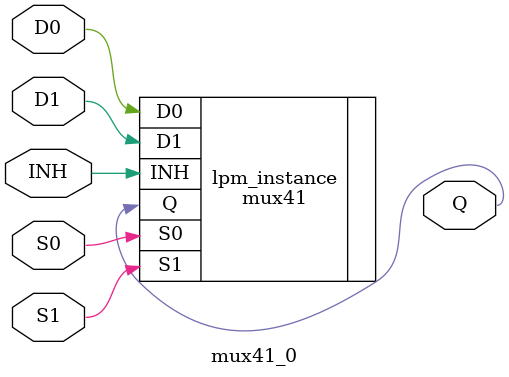
<source format=v>



module mux41_0(S0,S1,D0,INH,D1,Q);
input S0;
input S1;
input D0;
input INH;
input D1;
output Q;

mux41	lpm_instance(.S0(S0),.S1(S1),.D0(D0),.INH(INH),.D1(D1),.Q(Q));

endmodule

</source>
